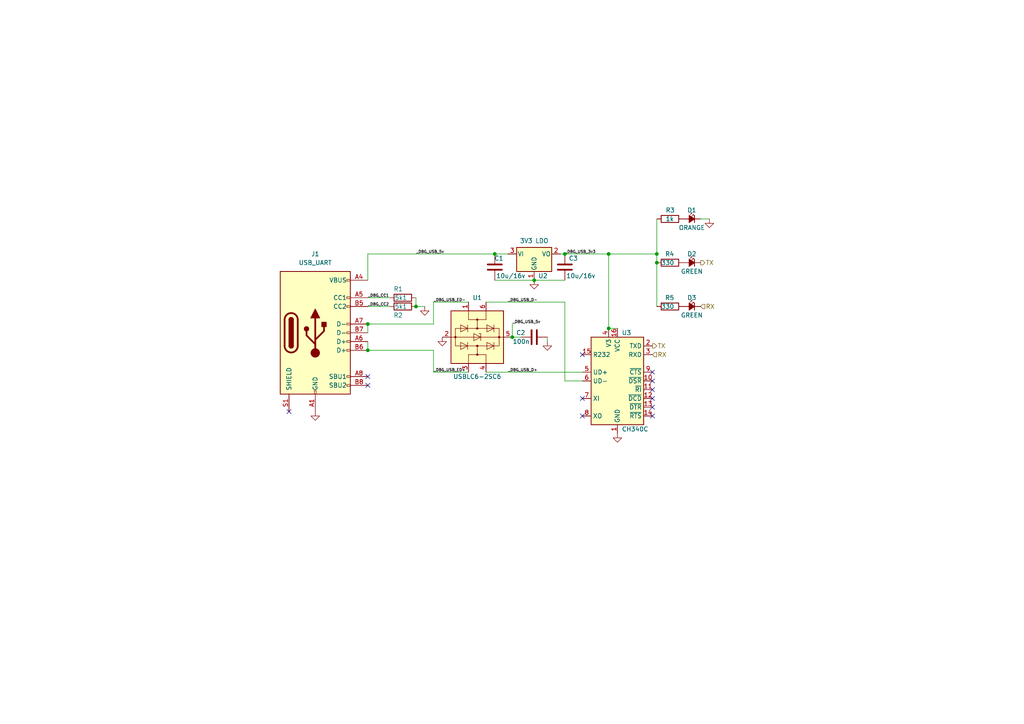
<source format=kicad_sch>
(kicad_sch (version 20211123) (generator eeschema)
  (paper "A4")
  (lib_symbols
    (symbol "Connector:USB_C_Receptacle_USB2.0" (pin_names (offset 1.016))
      (property "Reference" "J" (at -10.16 19.05 0))
      (property "Value" "USB_C_Receptacle_USB2.0" (at 19.05 19.05 0))
      (symbol "USB_C_Receptacle_USB2.0_0_0"
        (rectangle (start -0.254 -17.78) (end 0.254 -16.764))
        (rectangle (start 10.16 -14.986) (end 9.144 -15.494))
        (rectangle (start 10.16 -12.446) (end 9.144 -12.954))
        (rectangle (start 10.16 -4.826) (end 9.144 -5.334))
        (rectangle (start 10.16 -2.286) (end 9.144 -2.794))
        (rectangle (start 10.16 0.254) (end 9.144 -0.254))
        (rectangle (start 10.16 2.794) (end 9.144 2.286))
        (rectangle (start 10.16 7.874) (end 9.144 7.366))
        (rectangle (start 10.16 10.414) (end 9.144 9.906))
        (rectangle (start 10.16 15.494) (end 9.144 14.986))
      )
      (symbol "USB_C_Receptacle_USB2.0_0_1"
        (rectangle (start -10.16 17.78) (end 10.16 -17.78) (stroke (width 0.254)) (fill (type background)))
        (arc (start -8.89 -3.81) (mid -6.985 -5.715) (end -5.08 -3.81) (stroke (width 0.508)))
        (arc (start -7.62 -3.81) (mid -6.985 -4.445) (end -6.35 -3.81) (stroke (width 0.254)))
        (arc (start -7.62 -3.81) (mid -6.985 -4.445) (end -6.35 -3.81) (stroke (width 0.254)) (fill (type outline)))
        (rectangle (start -7.62 -3.81) (end -6.35 3.81) (stroke (width 0.254)) (fill (type outline)))
        (arc (start -6.35 3.81) (mid -6.985 4.445) (end -7.62 3.81) (stroke (width 0.254)))
        (arc (start -6.35 3.81) (mid -6.985 4.445) (end -7.62 3.81) (stroke (width 0.254)) (fill (type outline)))
        (arc (start -5.08 3.81) (mid -6.985 5.715) (end -8.89 3.81) (stroke (width 0.508)))
        (circle (center -2.54 1.143) (radius 0.635) (stroke (width 0.254)) (fill (type outline)))
        (circle (center 0 -5.842) (radius 1.27) (fill (type outline)))
        (polyline (pts (xy -8.89 -3.81) (xy -8.89 3.81)) (stroke (width 0.508)))
        (polyline (pts (xy -5.08 3.81) (xy -5.08 -3.81)) (stroke (width 0.508)))
        (polyline (pts (xy 0 -5.842) (xy 0 4.318)) (stroke (width 0.508)))
        (polyline (pts (xy 0 -3.302) (xy -2.54 -0.762) (xy -2.54 0.508)) (stroke (width 0.508)))
        (polyline (pts (xy 0 -2.032) (xy 2.54 0.508) (xy 2.54 1.778)) (stroke (width 0.508)))
        (polyline (pts (xy -1.27 4.318) (xy 0 6.858) (xy 1.27 4.318) (xy -1.27 4.318)) (stroke (width 0.254)) (fill (type outline)))
        (rectangle (start 1.905 1.778) (end 3.175 3.048) (stroke (width 0.254)) (fill (type outline)))
      )
      (symbol "USB_C_Receptacle_USB2.0_1_1"
        (pin passive line (at 0 -22.86 90) (length 5.08) (name "GND") (number "A1"))
        (pin passive line (at 0 -22.86 90) (length 5.08) hide (name "GND") (number "A12"))
        (pin passive line (at 15.24 15.24 180) (length 5.08) (name "VBUS") (number "A4"))
        (pin bidirectional line (at 15.24 10.16 180) (length 5.08) (name "CC1") (number "A5"))
        (pin bidirectional line (at 15.24 -2.54 180) (length 5.08) (name "D+") (number "A6"))
        (pin bidirectional line (at 15.24 2.54 180) (length 5.08) (name "D-") (number "A7"))
        (pin bidirectional line (at 15.24 -12.7 180) (length 5.08) (name "SBU1") (number "A8"))
        (pin passive line (at 15.24 15.24 180) (length 5.08) hide (name "VBUS") (number "A9"))
        (pin passive line (at 0 -22.86 90) (length 5.08) hide (name "GND") (number "B1"))
        (pin passive line (at 0 -22.86 90) (length 5.08) hide (name "GND") (number "B12"))
        (pin passive line (at 15.24 15.24 180) (length 5.08) hide (name "VBUS") (number "B4"))
        (pin bidirectional line (at 15.24 7.62 180) (length 5.08) (name "CC2") (number "B5"))
        (pin bidirectional line (at 15.24 -5.08 180) (length 5.08) (name "D+") (number "B6"))
        (pin bidirectional line (at 15.24 0 180) (length 5.08) (name "D-") (number "B7"))
        (pin bidirectional line (at 15.24 -15.24 180) (length 5.08) (name "SBU2") (number "B8"))
        (pin passive line (at 15.24 15.24 180) (length 5.08) hide (name "VBUS") (number "B9"))
        (pin passive line (at -7.62 -22.86 90) (length 5.08) (name "SHIELD") (number "S1"))
      )
    )
    (symbol "Device:C" (pin_numbers hide) (pin_names (offset 0.254))
      (property "Reference" "C" (at 0.635 2.54 0))
      (property "Value" "C" (at 0.635 -2.54 0))
      (symbol "C_0_1"
        (polyline (pts (xy -2.032 -0.762) (xy 2.032 -0.762)) (stroke (width 0.508)))
        (polyline (pts (xy -2.032 0.762) (xy 2.032 0.762)) (stroke (width 0.508)))
      )
      (symbol "C_1_1"
        (pin passive line (at 0 3.81 270) (length 2.794) (name "~") (number "1"))
        (pin passive line (at 0 -3.81 90) (length 2.794) (name "~") (number "2"))
      )
    )
    (symbol "Device:LED_Small_Filled" (pin_numbers hide) (pin_names (offset 0.254) hide)
      (property "Reference" "D" (at -1.27 3.175 0))
      (property "Value" "LED_Small_Filled" (at -4.445 -2.54 0))
      (symbol "LED_Small_Filled_0_1"
        (polyline (pts (xy -0.762 -1.016) (xy -0.762 1.016)) (stroke (width 0.254)))
        (polyline (pts (xy 1.016 0) (xy -0.762 0)))
        (polyline (pts (xy 0.762 -1.016) (xy -0.762 0) (xy 0.762 1.016) (xy 0.762 -1.016)) (stroke (width 0.254)) (fill (type outline)))
        (polyline (pts (xy 0 0.762) (xy -0.508 1.27) (xy -0.254 1.27) (xy -0.508 1.27) (xy -0.508 1.016)))
        (polyline (pts (xy 0.508 1.27) (xy 0 1.778) (xy 0.254 1.778) (xy 0 1.778) (xy 0 1.524)))
      )
      (symbol "LED_Small_Filled_1_1"
        (pin passive line (at -2.54 0 0) (length 1.778) (name "K") (number "1"))
        (pin passive line (at 2.54 0 180) (length 1.778) (name "A") (number "2"))
      )
    )
    (symbol "Device:R" (pin_numbers hide) (pin_names (offset 0))
      (property "Reference" "R" (at 2.032 0 90))
      (property "Value" "R" (at 0 0 90))
      (symbol "R_0_1"
        (rectangle (start -1.016 -2.54) (end 1.016 2.54) (stroke (width 0.254)))
      )
      (symbol "R_1_1"
        (pin passive line (at 0 3.81 270) (length 1.27) (name "~") (number "1"))
        (pin passive line (at 0 -3.81 90) (length 1.27) (name "~") (number "2"))
      )
    )
    (symbol "Interface_USB:CH340G"
      (property "Reference" "U" (at -5.08 13.97 0))
      (property "Value" "CH340G" (at 1.27 13.97 0))
      (symbol "CH340G_0_1"
        (rectangle (start -7.62 12.7) (end 7.62 -12.7) (stroke (width 0.254)) (fill (type background)))
      )
      (symbol "CH340G_1_1"
        (pin power_in line (at 0 -15.24 90) (length 2.54) (name "GND") (number "1"))
        (pin input line (at 10.16 0 180) (length 2.54) (name "~{DSR}") (number "10"))
        (pin input line (at 10.16 -2.54 180) (length 2.54) (name "~{RI}") (number "11"))
        (pin input line (at 10.16 -5.08 180) (length 2.54) (name "~{DCD}") (number "12"))
        (pin output line (at 10.16 -7.62 180) (length 2.54) (name "~{DTR}") (number "13"))
        (pin output line (at 10.16 -10.16 180) (length 2.54) (name "~{RTS}") (number "14"))
        (pin input line (at -10.16 7.62 0) (length 2.54) (name "R232") (number "15"))
        (pin power_in line (at 0 15.24 270) (length 2.54) (name "VCC") (number "16"))
        (pin output line (at 10.16 10.16 180) (length 2.54) (name "TXD") (number "2"))
        (pin input line (at 10.16 7.62 180) (length 2.54) (name "RXD") (number "3"))
        (pin passive line (at -2.54 15.24 270) (length 2.54) (name "V3") (number "4"))
        (pin bidirectional line (at -10.16 2.54 0) (length 2.54) (name "UD+") (number "5"))
        (pin bidirectional line (at -10.16 0 0) (length 2.54) (name "UD-") (number "6"))
        (pin input line (at -10.16 -5.08 0) (length 2.54) (name "XI") (number "7"))
        (pin output line (at -10.16 -10.16 0) (length 2.54) (name "XO") (number "8"))
        (pin input line (at 10.16 2.54 180) (length 2.54) (name "~{CTS}") (number "9"))
      )
    )
    (symbol "Power_Protection:USBLC6-2SC6" (pin_names hide)
      (property "Reference" "U" (at 2.54 8.89 0))
      (property "Value" "USBLC6-2SC6" (at 2.54 -8.89 0))
      (symbol "USBLC6-2SC6_0_1"
        (rectangle (start -7.62 -7.62) (end 7.62 7.62) (stroke (width 0.254)) (fill (type background)))
        (circle (center -5.08 0) (radius 0.254) (fill (type outline)))
        (circle (center -2.54 0) (radius 0.254) (fill (type outline)))
        (rectangle (start -2.54 6.35) (end 2.54 -6.35))
        (circle (center 0 -6.35) (radius 0.254) (fill (type outline)))
        (polyline (pts (xy -5.08 -2.54) (xy -7.62 -2.54)))
        (polyline (pts (xy -5.08 0) (xy -5.08 -2.54)))
        (polyline (pts (xy -5.08 2.54) (xy -7.62 2.54)))
        (polyline (pts (xy -1.524 -2.794) (xy -3.556 -2.794)))
        (polyline (pts (xy -1.524 4.826) (xy -3.556 4.826)))
        (polyline (pts (xy 0 -7.62) (xy 0 -6.35)))
        (polyline (pts (xy 0 -6.35) (xy 0 1.27)))
        (polyline (pts (xy 0 1.27) (xy 0 6.35)))
        (polyline (pts (xy 0 6.35) (xy 0 7.62)))
        (polyline (pts (xy 1.524 -2.794) (xy 3.556 -2.794)))
        (polyline (pts (xy 1.524 4.826) (xy 3.556 4.826)))
        (polyline (pts (xy 5.08 -2.54) (xy 7.62 -2.54)))
        (polyline (pts (xy 5.08 0) (xy 5.08 -2.54)))
        (polyline (pts (xy 5.08 2.54) (xy 7.62 2.54)))
        (polyline (pts (xy -2.54 0) (xy -5.08 0) (xy -5.08 2.54)))
        (polyline (pts (xy 2.54 0) (xy 5.08 0) (xy 5.08 2.54)))
        (polyline (pts (xy -3.556 -4.826) (xy -1.524 -4.826) (xy -2.54 -2.794) (xy -3.556 -4.826)))
        (polyline (pts (xy -3.556 2.794) (xy -1.524 2.794) (xy -2.54 4.826) (xy -3.556 2.794)))
        (polyline (pts (xy -1.016 -1.016) (xy 1.016 -1.016) (xy 0 1.016) (xy -1.016 -1.016)))
        (polyline (pts (xy 1.016 1.016) (xy 0.762 1.016) (xy -1.016 1.016) (xy -1.016 0.508)))
        (polyline (pts (xy 3.556 -4.826) (xy 1.524 -4.826) (xy 2.54 -2.794) (xy 3.556 -4.826)))
        (polyline (pts (xy 3.556 2.794) (xy 1.524 2.794) (xy 2.54 4.826) (xy 3.556 2.794)))
        (circle (center 0 6.35) (radius 0.254) (fill (type outline)))
        (circle (center 2.54 0) (radius 0.254) (fill (type outline)))
        (circle (center 5.08 0) (radius 0.254) (fill (type outline)))
      )
      (symbol "USBLC6-2SC6_1_1"
        (pin passive line (at -10.16 -2.54 0) (length 2.54) (name "I/O1") (number "1"))
        (pin passive line (at 0 -10.16 90) (length 2.54) (name "GND") (number "2"))
        (pin passive line (at 10.16 -2.54 180) (length 2.54) (name "I/O2") (number "3"))
        (pin passive line (at 10.16 2.54 180) (length 2.54) (name "I/O2") (number "4"))
        (pin passive line (at 0 10.16 270) (length 2.54) (name "VBUS") (number "5"))
        (pin passive line (at -10.16 2.54 0) (length 2.54) (name "I/O1") (number "6"))
      )
    )
    (symbol "Regulator_Linear:AMS1117-3.3" (pin_names (offset 0.254))
      (property "Reference" "U" (at -3.81 3.175 0))
      (property "Value" "AMS1117-3.3" (at 0 3.175 0))
      (symbol "AMS1117-3.3_0_1"
        (rectangle (start -5.08 -5.08) (end 5.08 1.905) (stroke (width 0.254)) (fill (type background)))
      )
      (symbol "AMS1117-3.3_1_1"
        (pin power_in line (at 0 -7.62 90) (length 2.54) (name "GND") (number "1"))
        (pin power_out line (at 7.62 0 180) (length 2.54) (name "VO") (number "2"))
        (pin power_in line (at -7.62 0 0) (length 2.54) (name "VI") (number "3"))
      )
    )
    (symbol "power:GND" (power) (pin_names (offset 0))
      (property "Value" "GND" (at 0 -3.81 0))
      (symbol "GND_0_1"
        (polyline (pts (xy 0 0) (xy 0 -1.27) (xy 1.27 -1.27) (xy 0 -2.54) (xy -1.27 -1.27) (xy 0 -1.27)))
      )
      (symbol "GND_1_1"
        (pin power_in line (at 0 0 270) (length 0) hide (name "GND") (number "1"))
      )
    )
  )
  (junction (at 176.53 73.66))
  (junction (at 176.53 95.25))
  (junction (at 154.94 81.28))
  (junction (at 163.83 73.66))
  (junction (at 190.5 73.66))
  (junction (at 106.68 101.6))
  (junction (at 190.5 76.2))
  (junction (at 143.51 73.66))
  (junction (at 148.59 97.79))
  (junction (at 120.65 88.9))
  (junction (at 106.68 93.98))
  (no_connect (at 189.23 120.65))
  (no_connect (at 168.91 115.57))
  (no_connect (at 168.91 120.65))
  (no_connect (at 83.82 119.38))
  (no_connect (at 189.23 113.03))
  (no_connect (at 106.68 111.76))
  (no_connect (at 106.68 109.22))
  (no_connect (at 189.23 107.95))
  (no_connect (at 168.91 102.87))
  (no_connect (at 189.23 115.57))
  (no_connect (at 189.23 110.49))
  (no_connect (at 189.23 118.11))
  (wire (pts (xy 106.68 99.06) (xy 106.68 101.6)))
  (wire (pts (xy 120.65 86.36) (xy 120.65 88.9)))
  (wire (pts (xy 143.51 81.28) (xy 154.94 81.28)))
  (wire (pts (xy 190.5 76.2) (xy 190.5 88.9)))
  (wire (pts (xy 190.5 73.66) (xy 176.53 73.66)))
  (wire (pts (xy 125.73 87.63) (xy 125.73 93.98)))
  (wire (pts (xy 106.68 73.66) (xy 106.68 81.28)))
  (wire (pts (xy 168.91 110.49) (xy 163.83 110.49)))
  (wire (pts (xy 176.53 95.25) (xy 179.07 95.25)))
  (wire (pts (xy 140.97 107.95) (xy 168.91 107.95)))
  (wire (pts (xy 113.03 88.9) (xy 106.68 88.9)))
  (wire (pts (xy 176.53 73.66) (xy 176.53 95.25)))
  (wire (pts (xy 125.73 107.95) (xy 125.73 101.6)))
  (wire (pts (xy 148.59 93.98) (xy 148.59 97.79)))
  (wire (pts (xy 158.75 99.06) (xy 158.75 97.79)))
  (wire (pts (xy 162.56 73.66) (xy 163.83 73.66)))
  (wire (pts (xy 154.94 81.28) (xy 163.83 81.28)))
  (wire (pts (xy 163.83 73.66) (xy 176.53 73.66)))
  (wire (pts (xy 106.68 93.98) (xy 125.73 93.98)))
  (wire (pts (xy 135.89 87.63) (xy 125.73 87.63)))
  (wire (pts (xy 147.32 73.66) (xy 143.51 73.66)))
  (wire (pts (xy 113.03 86.36) (xy 106.68 86.36)))
  (wire (pts (xy 106.68 93.98) (xy 106.68 96.52)))
  (wire (pts (xy 140.97 87.63) (xy 163.83 87.63)))
  (wire (pts (xy 106.68 101.6) (xy 125.73 101.6)))
  (wire (pts (xy 148.59 97.79) (xy 151.13 97.79)))
  (wire (pts (xy 190.5 63.5) (xy 190.5 73.66)))
  (wire (pts (xy 190.5 76.2) (xy 190.5 73.66)))
  (wire (pts (xy 163.83 87.63) (xy 163.83 110.49)))
  (wire (pts (xy 135.89 107.95) (xy 125.73 107.95)))
  (wire (pts (xy 120.65 88.9) (xy 123.19 88.9)))
  (wire (pts (xy 205.74 63.5) (xy 203.2 63.5)))
  (wire (pts (xy 106.68 73.66) (xy 143.51 73.66)))
  (label "_DBG_USB_ED-" (at 125.73 87.63 0) (effects (font (size 0.8 0.8))))
  (label "_DBG_USB_D-" (at 147.32 87.63 0) (effects (font (size 0.8 0.8))))
  (label "_DBG_USB_D+" (at 147.32 107.95 0) (effects (font (size 0.8 0.8))))
  (label "_DBG_CC2" (at 106.68 88.9 0) (effects (font (size 0.8 0.8))))
  (label "_DBG_USB_5v" (at 120.65 73.66 0) (effects (font (size 0.8 0.8))))
  (label "_DBG_USB_ED+" (at 125.73 107.95 0) (effects (font (size 0.8 0.8))))
  (label "_DBG_USB_3v3" (at 163.83 73.66 0) (effects (font (size 0.8 0.8))))
  (label "_DBG_USB_5v" (at 148.59 93.98 0) (effects (font (size 0.8 0.8))))
  (label "_DBG_CC1" (at 106.68 86.36 0) (effects (font (size 0.8 0.8))))
  (hierarchical_label "TX" (shape output) (at 189.23 100.33 0))
  (hierarchical_label "TX" (shape output) (at 203.2 76.2 0))
  (hierarchical_label "RX" (shape input) (at 203.2 88.9 0))
  (hierarchical_label "RX" (shape input) (at 189.23 102.87 0))
  (symbol (lib_id "Device:C") (at 163.83 77.47 180) (unit 1)
    (property "Reference" "C3" (at 167.64 74.93 0) (effects (justify left)))
    (property "Value" "10u/16v" (at 172.72 80.01 0) (effects (justify left)))
    (property "Footprint" "Capacitor_SMD:C_0805_2012Metric" (effects hide))
    (property "LCSC Part Number" "C77075" (effects hide))
  )
  (symbol (lib_id "Device:LED_Small_Filled") (at 200.66 63.5 0) (mirror y) (unit 1)
    (property "Reference" "D1" (at 200.66 60.96 0))
    (property "Value" "ORANGE" (at 200.66 66.04 0))
    (property "Footprint" "LED_SMD:LED_0805_2012Metric_Pad1.15x1.40mm_HandSolder" (effects hide))
    (property "LCSC Part Number" "C965813" (effects hide))
  )
  (symbol (lib_id "power:GND") (at 123.19 88.9 0) (unit 1)
    (property "Reference" "#PWR03" (effects hide))
    (property "Value" "GND" (effects hide))
  )
  (symbol (lib_id "Device:LED_Small_Filled") (at 200.66 88.9 0) (mirror y) (unit 1)
    (property "Reference" "D3" (at 200.66 86.36 0))
    (property "Value" "GREEN" (at 200.66 91.44 0))
    (property "Footprint" "LED_SMD:LED_0805_2012Metric_Pad1.15x1.40mm_HandSolder" (effects hide))
    (property "LCSC Part Number" "C965815" (effects hide))
  )
  (symbol (lib_id "power:GND") (at 205.74 63.5 0) (unit 1)
    (property "Reference" "#PWR08" (effects hide))
    (property "Value" "GND" (effects hide))
  )
  (symbol (lib_id "Regulator_Linear:AMS1117-3.3") (at 154.94 73.66 0) (unit 1)
    (property "Reference" "U2" (at 157.48 80.01 0))
    (property "Value" "3V3 LDO" (at 154.94 69.85 0))
    (property "Footprint" "Package_TO_SOT_SMD:SOT-23" (effects hide))
    (property "Datasheet" "https://datasheet.lcsc.com/lcsc/1809201825_Shanghai-Siproin-Microelectronics-SSP6206-33NR_C277882.pdf" (effects hide))
    (property "LCSC Part Number" "C277882" (effects hide))
  )
  (symbol (lib_id "Device:LED_Small_Filled") (at 200.66 76.2 0) (mirror y) (unit 1)
    (property "Reference" "D2" (at 200.66 73.66 0))
    (property "Value" "GREEN" (at 200.66 78.74 0))
    (property "Footprint" "LED_SMD:LED_0805_2012Metric_Pad1.15x1.40mm_HandSolder" (effects hide))
    (property "LCSC Part Number" "C965815" (effects hide))
  )
  (symbol (lib_id "power:GND") (at 91.44 119.38 0) (unit 1)
    (property "Reference" "#PWR02" (effects hide))
    (property "Value" "GND" (effects hide))
  )
  (symbol (lib_id "Device:R") (at 194.31 63.5 270) (mirror x) (unit 1)
    (property "Reference" "R3" (at 193.04 60.96 90) (effects (justify left)))
    (property "Value" "1k" (at 193.04 63.5 90) (effects (justify left)))
    (property "Footprint" "Resistor_SMD:R_0805_2012Metric" (effects hide))
  )
  (symbol (lib_id "power:GND") (at 128.27 97.79 0) (unit 1)
    (property "Reference" "#PWR04" (effects hide))
    (property "Value" "GND" (effects hide))
  )
  (symbol (lib_id "Interface_USB:CH340G") (at 179.07 110.49 0) (unit 1)
    (property "Reference" "U3" (at 180.34 96.52 0) (effects (justify left)))
    (property "Value" "CH340C" (at 180.34 124.46 0) (effects (justify left)))
    (property "Footprint" "Package_SO:SOIC-16_3.9x9.9mm_P1.27mm" (effects hide))
    (property "Datasheet" "http://www.datasheet5.com/pdf-local-2195953" (effects hide))
    (property "LCSC Part Number" "C14267" (effects hide))
  )
  (symbol (lib_id "power:GND") (at 158.75 99.06 0) (unit 1)
    (property "Reference" "#PWR06" (effects hide))
    (property "Value" "GND" (effects hide))
  )
  (symbol (lib_id "Device:R") (at 116.84 88.9 90) (unit 1)
    (property "Reference" "R2" (at 116.84 91.44 90) (effects (justify left)))
    (property "Value" "5k1" (at 118.11 88.9 90) (effects (justify left)))
    (property "Footprint" "Resistor_SMD:R_0805_2012Metric" (effects hide))
  )
  (symbol (lib_id "Power_Protection:USBLC6-2SC6") (at 138.43 97.79 270) (unit 1)
    (property "Reference" "U1" (at 138.43 86.36 90))
    (property "Value" "USBLC6-2SC6" (at 138.43 109.22 90))
    (property "Footprint" "Package_TO_SOT_SMD:SOT-23-6" (effects hide))
    (property "Datasheet" "https://datasheet.lcsc.com/lcsc/1811141711_STMicroelectronics-USBLC6-2SC6_C7519.pdf" (effects hide))
    (property "LCSC Part Number" "C7519" (effects hide))
  )
  (symbol (lib_id "Device:R") (at 194.31 88.9 90) (unit 1)
    (property "Reference" "R5" (at 195.58 86.36 90) (effects (justify left)))
    (property "Value" "330" (at 195.58 88.9 90) (effects (justify left)))
    (property "Footprint" "Resistor_SMD:R_0805_2012Metric" (effects hide))
  )
  (symbol (lib_id "Device:C") (at 143.51 77.47 180) (unit 1)
    (property "Reference" "C1" (at 146.05 74.93 0) (effects (justify left)))
    (property "Value" "10u/16v" (at 152.4 80.01 0) (effects (justify left)))
    (property "Footprint" "Capacitor_SMD:C_0805_2012Metric" (effects hide))
    (property "LCSC Part Number" "C77075" (effects hide))
  )
  (symbol (lib_id "Device:R") (at 116.84 86.36 90) (unit 1)
    (property "Reference" "R1" (at 116.84 83.82 90) (effects (justify left)))
    (property "Value" "5k1" (at 118.11 86.36 90) (effects (justify left)))
    (property "Footprint" "Resistor_SMD:R_0805_2012Metric" (effects hide))
  )
  (symbol (lib_id "Device:R") (at 194.31 76.2 90) (unit 1)
    (property "Reference" "R4" (at 195.58 73.66 90) (effects (justify left)))
    (property "Value" "330" (at 195.58 76.2 90) (effects (justify left)))
    (property "Footprint" "Resistor_SMD:R_0805_2012Metric" (effects hide))
  )
  (symbol (lib_id "power:GND") (at 154.94 81.28 0) (unit 1)
    (property "Reference" "#PWR05" (effects hide))
    (property "Value" "GND" (effects hide))
  )
  (symbol (lib_id "power:GND") (at 179.07 125.73 0) (unit 1)
    (property "Reference" "#PWR07" (effects hide))
    (property "Value" "GND" (effects hide))
  )
  (symbol (lib_id "Connector:USB_C_Receptacle_USB2.0") (at 91.44 96.52 0) (unit 1)
    (property "Reference" "J1" (at 91.44 73.66 0))
    (property "Value" "USB_UART" (at 91.44 76.2 0))
    (property "Footprint" "-local:USB_C_Receptacle_HRO_TYPE-C-31-M-12" (effects hide))
    (property "Datasheet" "https://datasheet.lcsc.com/lcsc/2205251630_Korean-Hroparts-Elec-TYPE-C-31-M-12_C165948.pdf" (effects hide))
    (property "LCSC Part Number" "C165948" (effects hide))
  )
  (symbol (lib_id "Device:C") (at 154.94 97.79 90) (unit 1)
    (property "Reference" "C2" (at 152.4 96.52 90) (effects (justify left)))
    (property "Value" "100n" (at 153.67 99.06 90) (effects (justify left)))
    (property "Footprint" "Capacitor_SMD:C_0805_2012Metric" (effects hide))
    (property "LCSC Part Number" "C161260" (effects hide))
  )
)
</source>
